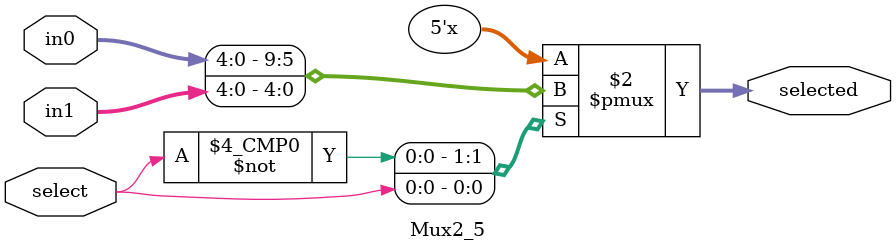
<source format=v>
module Mux2_5(
		input [4:0] in0,
		input [4:0] in1,
		input select,
		output reg[4:0] selected
	);
	always @(*) begin
		case(select)
			1'b0: selected = in0;
			1'b1: selected = in1;
		endcase
	end
endmodule

</source>
